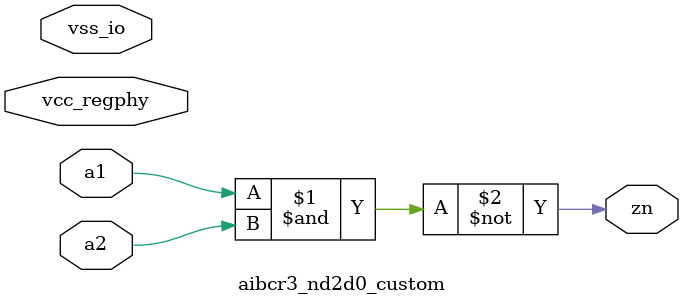
<source format=v>
module aibcr3_nd2d0_custom(	// file.cleaned.mlir:2:3
  input  a1,	// file.cleaned.mlir:2:37
         a2,	// file.cleaned.mlir:2:50
         vcc_regphy,	// file.cleaned.mlir:2:63
         vss_io,	// file.cleaned.mlir:2:84
  output zn	// file.cleaned.mlir:2:102
);

  assign zn = ~(a1 & a2);	// file.cleaned.mlir:4:10, :5:10, :6:5
endmodule


</source>
